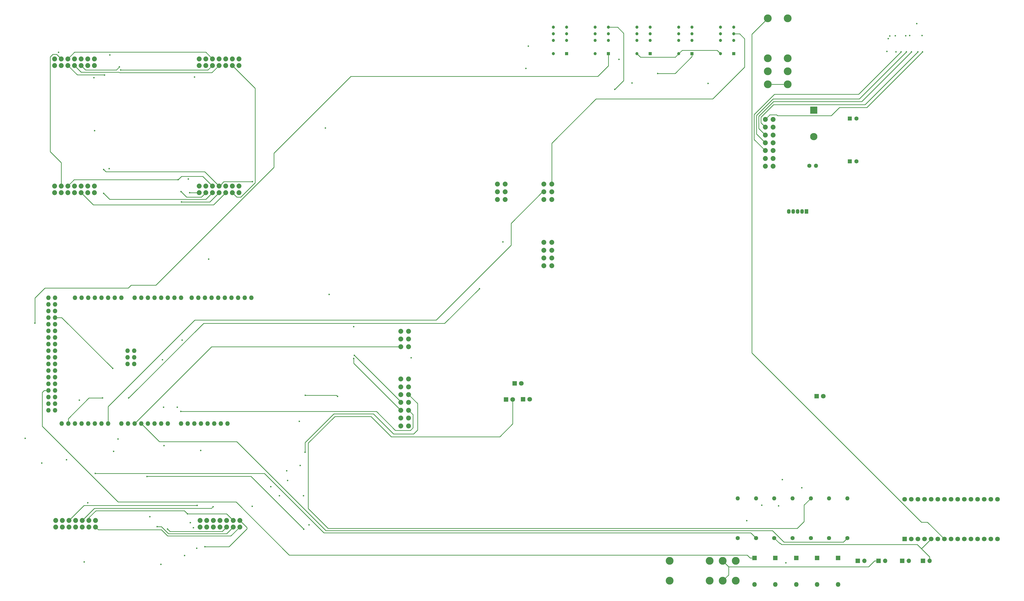
<source format=gbr>
G04 #@! TF.FileFunction,Copper,L5,Inr,Signal*
%FSLAX46Y46*%
G04 Gerber Fmt 4.6, Leading zero omitted, Abs format (unit mm)*
G04 Created by KiCad (PCBNEW 4.0.6) date 03/06/20 14:39:01*
%MOMM*%
%LPD*%
G01*
G04 APERTURE LIST*
%ADD10C,0.100000*%
%ADD11C,1.879600*%
%ADD12R,1.600000X1.600000*%
%ADD13C,1.600000*%
%ADD14R,1.800000X1.800000*%
%ADD15C,1.800000*%
%ADD16O,1.800000X1.800000*%
%ADD17R,2.800000X2.800000*%
%ADD18O,2.800000X2.800000*%
%ADD19R,1.200000X1.200000*%
%ADD20C,1.200000*%
%ADD21R,1.700000X1.700000*%
%ADD22O,1.700000X1.700000*%
%ADD23C,3.000000*%
%ADD24R,1.350000X1.800000*%
%ADD25O,1.350000X1.800000*%
%ADD26O,1.600000X1.600000*%
%ADD27O,1.727200X1.727200*%
%ADD28C,0.600000*%
%ADD29C,0.250000*%
G04 APERTURE END LIST*
D10*
D11*
X133400000Y-102400000D03*
X133400000Y-104940000D03*
X135940000Y-102400000D03*
X135940000Y-104940000D03*
X138480000Y-102400000D03*
X138480000Y-104940000D03*
X141020000Y-102400000D03*
X141020000Y-104940000D03*
X143560000Y-102400000D03*
X143560000Y-104940000D03*
X146100000Y-102400000D03*
X146100000Y-104940000D03*
X148640000Y-102400000D03*
X148640000Y-104940000D03*
X188800000Y-102400000D03*
X188800000Y-104940000D03*
X191340000Y-102400000D03*
X191340000Y-104940000D03*
X193880000Y-102400000D03*
X193880000Y-104940000D03*
X196420000Y-102400000D03*
X196420000Y-104940000D03*
X198960000Y-102400000D03*
X198960000Y-104940000D03*
X201500000Y-102400000D03*
X201500000Y-104940000D03*
X204040000Y-102400000D03*
X204040000Y-104940000D03*
X188800000Y-151200000D03*
X188800000Y-153740000D03*
X191340000Y-151200000D03*
X191340000Y-153740000D03*
X193880000Y-151200000D03*
X193880000Y-153740000D03*
X196420000Y-151200000D03*
X196420000Y-153740000D03*
X198960000Y-151200000D03*
X198960000Y-153740000D03*
X201500000Y-151200000D03*
X201500000Y-153740000D03*
X204040000Y-151200000D03*
X204040000Y-153740000D03*
X133400000Y-151200000D03*
X133400000Y-153740000D03*
X135940000Y-151200000D03*
X135940000Y-153740000D03*
X138480000Y-151200000D03*
X138480000Y-153740000D03*
X141020000Y-151200000D03*
X141020000Y-153740000D03*
X143560000Y-151200000D03*
X143560000Y-153740000D03*
X146100000Y-151200000D03*
X146100000Y-153740000D03*
X148640000Y-151200000D03*
X148640000Y-153740000D03*
X149100000Y-282000000D03*
X149100000Y-279460000D03*
X146560000Y-282000000D03*
X146560000Y-279460000D03*
X144020000Y-282000000D03*
X144020000Y-279460000D03*
X141480000Y-282000000D03*
X141480000Y-279460000D03*
X138940000Y-282000000D03*
X138940000Y-279460000D03*
X136400000Y-282000000D03*
X136400000Y-279460000D03*
X133860000Y-282000000D03*
X133860000Y-279460000D03*
X204343000Y-282000000D03*
X204343000Y-279460000D03*
X201803000Y-282000000D03*
X201803000Y-279460000D03*
X199263000Y-282000000D03*
X199263000Y-279460000D03*
X196723000Y-282000000D03*
X196723000Y-279460000D03*
X194183000Y-282000000D03*
X194183000Y-279460000D03*
X191643000Y-282000000D03*
X191643000Y-279460000D03*
X189103000Y-282000000D03*
X189103000Y-279460000D03*
D12*
X438000000Y-141707000D03*
D13*
X440500000Y-141707000D03*
D12*
X438000000Y-125273000D03*
D13*
X440500000Y-125273000D03*
D14*
X312852000Y-232995000D03*
D15*
X315392000Y-232995000D03*
D14*
X401444000Y-293832000D03*
D16*
X401444000Y-303992000D03*
D14*
X409444000Y-293832000D03*
D16*
X409444000Y-303992000D03*
D14*
X417444000Y-293832000D03*
D16*
X417444000Y-303992000D03*
D14*
X425444000Y-293832000D03*
D16*
X425444000Y-303992000D03*
D14*
X425298000Y-231800000D03*
D15*
X427838000Y-231800000D03*
D17*
X424155000Y-122072000D03*
D18*
X424155000Y-132232000D03*
D14*
X433444000Y-293832000D03*
D16*
X433444000Y-303992000D03*
D14*
X309601000Y-226924000D03*
D15*
X312141000Y-226924000D03*
D14*
X306350000Y-233071000D03*
D15*
X308890000Y-233071000D03*
D19*
X393540000Y-100450000D03*
D20*
X388460000Y-100450000D03*
X393540000Y-95370000D03*
X388460000Y-90290000D03*
X393540000Y-92830000D03*
X393540000Y-90290000D03*
X388460000Y-95370000D03*
X388460000Y-92830000D03*
D19*
X361540000Y-100450000D03*
D20*
X356460000Y-100450000D03*
X361540000Y-95370000D03*
X356460000Y-90290000D03*
X361540000Y-92830000D03*
X361540000Y-90290000D03*
X356460000Y-95370000D03*
X356460000Y-92830000D03*
D19*
X345540000Y-100450000D03*
D20*
X340460000Y-100450000D03*
X345540000Y-95370000D03*
X340460000Y-90290000D03*
X345540000Y-92830000D03*
X345540000Y-90290000D03*
X340460000Y-95370000D03*
X340460000Y-92830000D03*
D19*
X329540000Y-100450000D03*
D20*
X324460000Y-100450000D03*
X329540000Y-95370000D03*
X324460000Y-90290000D03*
X329540000Y-92830000D03*
X329540000Y-90290000D03*
X324460000Y-95370000D03*
X324460000Y-92830000D03*
D19*
X377540000Y-100450000D03*
D20*
X372460000Y-100450000D03*
X377540000Y-95370000D03*
X372460000Y-90290000D03*
X377540000Y-92830000D03*
X377540000Y-90290000D03*
X372460000Y-95370000D03*
X372460000Y-92830000D03*
D21*
X466000000Y-295000000D03*
D22*
X468540000Y-295000000D03*
D14*
X458927000Y-286588000D03*
D15*
X461467000Y-286588000D03*
X464007000Y-286588000D03*
X466547000Y-286588000D03*
X469087000Y-286588000D03*
X471627000Y-286588000D03*
X474167000Y-286588000D03*
X476707000Y-286588000D03*
X479247000Y-286588000D03*
X481787000Y-286588000D03*
X484327000Y-286588000D03*
X486867000Y-286588000D03*
X489407000Y-286588000D03*
X491947000Y-286588000D03*
X494487000Y-286588000D03*
X494487000Y-271348000D03*
X491947000Y-271348000D03*
X489407000Y-271348000D03*
X486867000Y-271348000D03*
X484327000Y-271348000D03*
X481787000Y-271348000D03*
X479247000Y-271348000D03*
X476707000Y-271348000D03*
X474167000Y-271348000D03*
X471627000Y-271348000D03*
X469087000Y-271348000D03*
X466547000Y-271348000D03*
X464007000Y-271348000D03*
X461467000Y-271348000D03*
X458927000Y-271348000D03*
D23*
X414198000Y-86842600D03*
X406578000Y-86842600D03*
X414198000Y-107162600D03*
X406578000Y-112162600D03*
X406578000Y-102162600D03*
X414198000Y-102162600D03*
X406578000Y-107162600D03*
X414198000Y-112162600D03*
D24*
X421361000Y-160934000D03*
D25*
X419661000Y-160934000D03*
X417961000Y-160934000D03*
X416261000Y-160934000D03*
X414561000Y-160934000D03*
D21*
X449000000Y-295000000D03*
D22*
X451540000Y-295000000D03*
D13*
X422453000Y-143408000D03*
D26*
X424993000Y-143408000D03*
D21*
X458000000Y-295000000D03*
D22*
X460540000Y-295000000D03*
D13*
X395039000Y-286236000D03*
D26*
X395039000Y-270996000D03*
D13*
X402039000Y-286236000D03*
D26*
X402039000Y-270996000D03*
D13*
X409039000Y-286236000D03*
D26*
X409039000Y-270996000D03*
D13*
X416039000Y-286236000D03*
D26*
X416039000Y-270996000D03*
D13*
X423039000Y-286236000D03*
D26*
X423039000Y-270996000D03*
D23*
X369000000Y-295000000D03*
X369000000Y-302620000D03*
X389320000Y-295000000D03*
X394320000Y-302620000D03*
X384320000Y-302620000D03*
X384320000Y-295000000D03*
X389320000Y-302620000D03*
X394320000Y-295000000D03*
D13*
X437039000Y-286236000D03*
D26*
X437039000Y-270996000D03*
D13*
X430039000Y-286236000D03*
D26*
X430039000Y-270996000D03*
D27*
X163932000Y-219456000D03*
X161392000Y-219456000D03*
X161392000Y-216916000D03*
X163932000Y-216916000D03*
X161392000Y-214376000D03*
X176759000Y-242316000D03*
X181839000Y-242316000D03*
X184379000Y-242316000D03*
X186919000Y-242316000D03*
X189459000Y-242316000D03*
X191999000Y-242316000D03*
X194539000Y-242316000D03*
X197079000Y-242316000D03*
X141199000Y-194056000D03*
X143739000Y-194056000D03*
X146279000Y-194056000D03*
X148819000Y-194056000D03*
X151359000Y-194056000D03*
X153899000Y-194056000D03*
X156439000Y-194056000D03*
X158979000Y-194056000D03*
X164059000Y-194056000D03*
X166599000Y-194056000D03*
X169139000Y-194056000D03*
X171679000Y-194056000D03*
X174219000Y-194056000D03*
X176759000Y-194056000D03*
X179299000Y-194056000D03*
X181839000Y-194056000D03*
X201143000Y-194056000D03*
X185903000Y-194056000D03*
X188443000Y-194056000D03*
X190983000Y-194056000D03*
X208763000Y-194056000D03*
X206223000Y-194056000D03*
X203683000Y-194056000D03*
X198603000Y-194056000D03*
X196063000Y-194056000D03*
X193523000Y-194056000D03*
X199619000Y-242316000D03*
X174219000Y-242316000D03*
X171679000Y-242316000D03*
X169139000Y-242316000D03*
X166599000Y-242316000D03*
X164059000Y-242316000D03*
X161519000Y-242316000D03*
X158979000Y-242316000D03*
X153899000Y-242316000D03*
X151359000Y-242316000D03*
X148819000Y-242316000D03*
X146279000Y-242316000D03*
X143739000Y-242316000D03*
X141199000Y-242316000D03*
X138659000Y-242316000D03*
X136119000Y-242316000D03*
X133579000Y-194056000D03*
X131039000Y-194056000D03*
X133579000Y-196596000D03*
X131039000Y-196596000D03*
X133579000Y-199136000D03*
X131039000Y-199136000D03*
X133579000Y-201676000D03*
X131039000Y-201676000D03*
X133579000Y-204216000D03*
X131039000Y-204216000D03*
X133579000Y-206756000D03*
X131039000Y-206756000D03*
X133579000Y-209296000D03*
X131039000Y-209296000D03*
X133579000Y-211836000D03*
X131039000Y-211836000D03*
X133579000Y-214376000D03*
X131039000Y-214376000D03*
X133579000Y-216916000D03*
X131039000Y-216916000D03*
X133579000Y-219456000D03*
X131039000Y-219456000D03*
X133579000Y-221996000D03*
X131039000Y-221996000D03*
X133579000Y-224536000D03*
X131039000Y-224536000D03*
X133579000Y-227076000D03*
X131039000Y-227076000D03*
X133579000Y-229616000D03*
X131039000Y-229616000D03*
X133579000Y-232156000D03*
X131039000Y-232156000D03*
X133579000Y-234696000D03*
X131039000Y-234696000D03*
X133579000Y-237236000D03*
X131039000Y-237236000D03*
X163932000Y-214376000D03*
D11*
X269000000Y-243200000D03*
X266002800Y-243200000D03*
X269000000Y-240202800D03*
X266002800Y-240202800D03*
X269000000Y-237205600D03*
X266002800Y-237205600D03*
X269000000Y-234208400D03*
X266002800Y-234208400D03*
X269000000Y-231211200D03*
X266002800Y-231211200D03*
X269000000Y-228214000D03*
X266002800Y-228214000D03*
X269000000Y-225216800D03*
X266002800Y-225216800D03*
X408600000Y-143600000D03*
X405602800Y-143600000D03*
X408600000Y-140602800D03*
X405602800Y-140602800D03*
X408600000Y-137605600D03*
X405602800Y-137605600D03*
X408600000Y-134608400D03*
X405602800Y-134608400D03*
X408600000Y-131611200D03*
X405602800Y-131611200D03*
X408600000Y-128614000D03*
X405602800Y-128614000D03*
X408600000Y-125616800D03*
X405602800Y-125616800D03*
X323800000Y-181800000D03*
X320802800Y-181800000D03*
X323800000Y-178802800D03*
X320802800Y-178802800D03*
X323800000Y-175805600D03*
X320802800Y-175805600D03*
X323800000Y-172808400D03*
X320802800Y-172808400D03*
X323800000Y-156400000D03*
X320802800Y-156400000D03*
X323800000Y-153402800D03*
X320802800Y-153402800D03*
X323800000Y-150405600D03*
X320802800Y-150405600D03*
X306000000Y-156400000D03*
X303002800Y-156400000D03*
X306000000Y-153402800D03*
X303002800Y-153402800D03*
X306000000Y-150405600D03*
X303002800Y-150405600D03*
X268986000Y-212877000D03*
X265988800Y-212877000D03*
X268986000Y-209879800D03*
X265988800Y-209879800D03*
X268986000Y-206882600D03*
X265988800Y-206882600D03*
D21*
X441000000Y-295000000D03*
D22*
X443540000Y-295000000D03*
D28*
X125920500Y-203758800D03*
X412165800Y-263804400D03*
X419595300Y-266966700D03*
X364426500Y-107988100D03*
X237109000Y-128905000D03*
X410743400Y-273850100D03*
X404291800Y-273634200D03*
X398538700Y-279565100D03*
X134945200Y-99877600D03*
X227162100Y-241425000D03*
X190995300Y-289572700D03*
X187011900Y-109359200D03*
X185146300Y-153740000D03*
X227457000Y-258356100D03*
X222656400Y-264147300D03*
X209092800Y-274053300D03*
X172721100Y-281852500D03*
X184611800Y-148533300D03*
X184332800Y-276936600D03*
X181877800Y-153365700D03*
X137972800Y-256209800D03*
X156019500Y-252984000D03*
X175323500Y-250761500D03*
X181733500Y-237656400D03*
X176666600Y-282740400D03*
X180757800Y-148776600D03*
X194087400Y-274196400D03*
X152205100Y-153972600D03*
X248016400Y-217370800D03*
X152565500Y-108600600D03*
X158732300Y-106705500D03*
X228739700Y-269989300D03*
X219532200Y-269989300D03*
X169875200Y-278053800D03*
X185407300Y-280327100D03*
X152250800Y-144882700D03*
X209179500Y-149520600D03*
X146101700Y-272691300D03*
X248240500Y-216144900D03*
X182055900Y-157340800D03*
X187833000Y-290131500D03*
X174155100Y-296303700D03*
X229387400Y-253301500D03*
X222338900Y-260438900D03*
X216204800Y-266547600D03*
X188009900Y-273732600D03*
X158266000Y-105504200D03*
X241755400Y-231858300D03*
X229441600Y-231513100D03*
X186563000Y-282282900D03*
X154338500Y-144497200D03*
X154581100Y-100895900D03*
X238587800Y-192740700D03*
X144780000Y-295376600D03*
X247956900Y-205127000D03*
X148770700Y-129919200D03*
X148522900Y-109596100D03*
X453324500Y-93593400D03*
X452214200Y-99533900D03*
X455384800Y-93533100D03*
X455634000Y-99721900D03*
X452684300Y-94679000D03*
X457634000Y-99760300D03*
X459381400Y-93536500D03*
X459634000Y-99727400D03*
X460953300Y-93487800D03*
X461569200Y-99720000D03*
X463634000Y-88881100D03*
X464037400Y-99726800D03*
X465634000Y-93461000D03*
X465817400Y-99717300D03*
X180378100Y-236004100D03*
X269976600Y-217055700D03*
X305104800Y-172669200D03*
X192405000Y-179197000D03*
X142887700Y-233299000D03*
X151815800Y-232524300D03*
X296189400Y-190538100D03*
X161772600Y-232524300D03*
X128473200Y-257429000D03*
X182277300Y-210317700D03*
X174774000Y-217821000D03*
X313944000Y-106045000D03*
X314833000Y-97536000D03*
X354609400Y-111709200D03*
X349618300Y-102590600D03*
X383667000Y-111861600D03*
X347980000Y-114147600D03*
X189349400Y-252619900D03*
X413537400Y-295719500D03*
X122148600Y-247942100D03*
X183235600Y-292925500D03*
X175196500Y-236042200D03*
X155663900Y-221183200D03*
X148996200Y-261434300D03*
X230898700Y-281190700D03*
X157695900Y-248221500D03*
X168783000Y-262610600D03*
X228854000Y-282829000D03*
D29*
X449000000Y-295000000D02*
X447424700Y-295000000D01*
X391566500Y-300373500D02*
X389320000Y-302620000D01*
X391566500Y-297246500D02*
X391566500Y-300373500D01*
X445178200Y-297246500D02*
X391566500Y-297246500D01*
X447424700Y-295000000D02*
X445178200Y-297246500D01*
X391566500Y-297246500D02*
X389320000Y-295000000D01*
X315392000Y-233368900D02*
X315392000Y-232995000D01*
X131039000Y-229616000D02*
X129450100Y-229616000D01*
X401444000Y-293832000D02*
X399818700Y-293832000D01*
X128681400Y-230384700D02*
X129450100Y-229616000D01*
X128681400Y-243305900D02*
X128681400Y-230384700D01*
X157762700Y-272387200D02*
X128681400Y-243305900D01*
X202892400Y-272387200D02*
X157762700Y-272387200D01*
X223243300Y-292738100D02*
X202892400Y-272387200D01*
X398724800Y-292738100D02*
X223243300Y-292738100D01*
X399818700Y-293832000D02*
X398724800Y-292738100D01*
X345540000Y-100450000D02*
X345540000Y-105094100D01*
X125920500Y-194119500D02*
X125920500Y-203758800D01*
X129692400Y-190347600D02*
X125920500Y-194119500D01*
X161582100Y-190347600D02*
X129692400Y-190347600D01*
X162725100Y-189204600D02*
X161582100Y-190347600D01*
X172224700Y-189204600D02*
X162725100Y-189204600D01*
X217449400Y-143979900D02*
X172224700Y-189204600D01*
X217449400Y-138582400D02*
X217449400Y-143979900D01*
X246862600Y-109169200D02*
X217449400Y-138582400D01*
X341464900Y-109169200D02*
X246862600Y-109169200D01*
X345540000Y-105094100D02*
X341464900Y-109169200D01*
X364426500Y-107988100D02*
X371094000Y-107988100D01*
X377540000Y-101542100D02*
X377540000Y-100450000D01*
X371094000Y-107988100D02*
X377540000Y-101542100D01*
X308890000Y-233071000D02*
X308890000Y-242391600D01*
X420446200Y-273588800D02*
X423039000Y-270996000D01*
X420446200Y-279895300D02*
X420446200Y-273588800D01*
X417817300Y-282524200D02*
X420446200Y-279895300D01*
X238175800Y-282524200D02*
X417817300Y-282524200D01*
X230555800Y-274904200D02*
X238175800Y-282524200D01*
X230555800Y-249770002D02*
X230555800Y-274904200D01*
X240753002Y-239572800D02*
X230555800Y-249770002D01*
X254609600Y-239572800D02*
X240753002Y-239572800D01*
X262394700Y-247357900D02*
X254609600Y-239572800D01*
X303923700Y-247357900D02*
X262394700Y-247357900D01*
X308890000Y-242391600D02*
X303923700Y-247357900D01*
X150167900Y-283067900D02*
X149100000Y-282000000D01*
X174341300Y-283067900D02*
X150167900Y-283067900D01*
X176714000Y-285440600D02*
X174341300Y-283067900D01*
X200902400Y-285440600D02*
X176714000Y-285440600D01*
X204343000Y-282000000D02*
X200902400Y-285440600D01*
X190995300Y-289572700D02*
X200190100Y-289572700D01*
X207060800Y-282177800D02*
X204343000Y-279460000D01*
X207060800Y-282702000D02*
X207060800Y-282177800D01*
X200190100Y-289572700D02*
X207060800Y-282702000D01*
X188800000Y-153740000D02*
X185146300Y-153740000D01*
X134215100Y-100675100D02*
X135940000Y-102400000D01*
X132761600Y-100675100D02*
X134215100Y-100675100D01*
X131724400Y-101712300D02*
X132761600Y-100675100D01*
X131724400Y-138009200D02*
X131724400Y-101712300D01*
X135940000Y-142224800D02*
X131724400Y-138009200D01*
X135940000Y-151200000D02*
X135940000Y-142224800D01*
X174328500Y-281852500D02*
X172721100Y-281852500D01*
X177025200Y-284549200D02*
X174328500Y-281852500D01*
X199253800Y-284549200D02*
X177025200Y-284549200D01*
X201803000Y-282000000D02*
X199253800Y-284549200D01*
X146560000Y-279460000D02*
X146560000Y-278394700D01*
X183125900Y-275729700D02*
X184332800Y-276936600D01*
X149225000Y-275729700D02*
X183125900Y-275729700D01*
X146560000Y-278394700D02*
X149225000Y-275729700D01*
X183960600Y-155448500D02*
X181877800Y-153365700D01*
X189631500Y-155448500D02*
X183960600Y-155448500D01*
X191340000Y-153740000D02*
X189631500Y-155448500D01*
X199279600Y-276936600D02*
X201803000Y-279460000D01*
X184332800Y-276936600D02*
X199279600Y-276936600D01*
X140903400Y-148776600D02*
X180757800Y-148776600D01*
X138480000Y-151200000D02*
X140903400Y-148776600D01*
X177597500Y-283671300D02*
X176666600Y-282740400D01*
X197591700Y-283671300D02*
X177597500Y-283671300D01*
X199263000Y-282000000D02*
X197591700Y-283671300D01*
X182026400Y-147508000D02*
X180757800Y-148776600D01*
X190188000Y-147508000D02*
X182026400Y-147508000D01*
X193880000Y-151200000D02*
X190188000Y-147508000D01*
X141030400Y-99849600D02*
X138480000Y-102400000D01*
X191329600Y-99849600D02*
X141030400Y-99849600D01*
X193880000Y-102400000D02*
X191329600Y-99849600D01*
X270673600Y-238879200D02*
X269000000Y-237205600D01*
X181733500Y-237656400D02*
X256669800Y-237656400D01*
X256669800Y-237656400D02*
X263918900Y-244905500D01*
X263918900Y-244905500D02*
X269725600Y-244905500D01*
X269725600Y-244905500D02*
X270673600Y-243957500D01*
X270673600Y-243957500D02*
X270673600Y-238879200D01*
X248016400Y-219219200D02*
X248016400Y-217370800D01*
X266002800Y-237205600D02*
X248016400Y-219219200D01*
X154531300Y-156298800D02*
X152205100Y-153972600D01*
X191321200Y-156298800D02*
X154531300Y-156298800D01*
X193880000Y-153740000D02*
X191321200Y-156298800D01*
X142110800Y-108570800D02*
X138480000Y-104940000D01*
X152535700Y-108570800D02*
X142110800Y-108570800D01*
X152565500Y-108600600D02*
X152535700Y-108570800D01*
X192114500Y-106705500D02*
X193880000Y-104940000D01*
X158732300Y-106705500D02*
X192114500Y-106705500D01*
X193438500Y-274845300D02*
X194087400Y-274196400D01*
X148634700Y-274845300D02*
X193438500Y-274845300D01*
X144020000Y-279460000D02*
X148634700Y-274845300D01*
X190953000Y-145733000D02*
X193686500Y-148466500D01*
X153101100Y-145733000D02*
X190953000Y-145733000D01*
X152250800Y-144882700D02*
X153101100Y-145733000D01*
X193686500Y-148466500D02*
X196420000Y-151200000D01*
X198159600Y-149520600D02*
X209179500Y-149520600D01*
X197659900Y-150020300D02*
X198159600Y-149520600D01*
X197659900Y-150145400D02*
X197659900Y-150020300D01*
X197294900Y-150510400D02*
X197659900Y-150145400D01*
X197294900Y-150772900D02*
X197294900Y-150510400D01*
X197221800Y-150846000D02*
X197294900Y-150772900D01*
X196066000Y-150846000D02*
X197221800Y-150846000D01*
X193686500Y-148466500D02*
X196066000Y-150846000D01*
X192819200Y-157340800D02*
X182055900Y-157340800D01*
X196420000Y-153740000D02*
X192819200Y-157340800D01*
X193629200Y-107730800D02*
X196420000Y-104940000D01*
X158307600Y-107730800D02*
X193629200Y-107730800D01*
X158079300Y-107502500D02*
X158307600Y-107730800D01*
X143582500Y-107502500D02*
X158079300Y-107502500D01*
X141020000Y-104940000D02*
X143582500Y-107502500D01*
X266002800Y-233907200D02*
X248240500Y-216144900D01*
X266002800Y-234208400D02*
X266002800Y-233907200D01*
X229387400Y-253301500D02*
X229387400Y-249555000D01*
X272415000Y-234626200D02*
X269000000Y-231211200D01*
X272415000Y-244754400D02*
X272415000Y-234626200D01*
X270903700Y-246265700D02*
X272415000Y-244754400D01*
X263194800Y-246265700D02*
X270903700Y-246265700D01*
X255485900Y-238556800D02*
X263194800Y-246265700D01*
X240385600Y-238556800D02*
X255485900Y-238556800D01*
X229387400Y-249555000D02*
X240385600Y-238556800D01*
X148202800Y-158382800D02*
X143560000Y-153740000D01*
X194317200Y-158382800D02*
X148202800Y-158382800D01*
X198960000Y-153740000D02*
X194317200Y-158382800D01*
X145272200Y-106652200D02*
X143560000Y-104940000D01*
X157118000Y-106652200D02*
X145272200Y-106652200D01*
X158266000Y-105504200D02*
X157118000Y-106652200D01*
X144667400Y-273732600D02*
X138940000Y-279460000D01*
X188009900Y-273732600D02*
X144667400Y-273732600D01*
X241410200Y-231513100D02*
X229441600Y-231513100D01*
X241755400Y-231858300D02*
X241410200Y-231513100D01*
X203200100Y-155440100D02*
X201500000Y-153740000D01*
X204727200Y-155440100D02*
X203200100Y-155440100D01*
X210251300Y-149916000D02*
X204727200Y-155440100D01*
X210251300Y-113691300D02*
X210251300Y-149916000D01*
X201500000Y-104940000D02*
X210251300Y-113691300D01*
X441365800Y-116028500D02*
X457634000Y-99760300D01*
X409103000Y-116028500D02*
X441365800Y-116028500D01*
X401342600Y-123788900D02*
X409103000Y-116028500D01*
X401342600Y-133345400D02*
X401342600Y-123788900D01*
X405602800Y-137605600D02*
X401342600Y-133345400D01*
X402226800Y-131232400D02*
X405602800Y-134608400D01*
X402226800Y-124107400D02*
X402226800Y-131232400D01*
X408605000Y-117729200D02*
X402226800Y-124107400D01*
X441632200Y-117729200D02*
X408605000Y-117729200D01*
X459634000Y-99727400D02*
X441632200Y-117729200D01*
X403082900Y-129091300D02*
X405602800Y-131611200D01*
X403082900Y-124453900D02*
X403082900Y-129091300D01*
X408792900Y-118743900D02*
X403082900Y-124453900D01*
X442545300Y-118743900D02*
X408792900Y-118743900D01*
X461569200Y-99720000D02*
X442545300Y-118743900D01*
X443817600Y-119946600D02*
X464037400Y-99726800D01*
X408793000Y-119946600D02*
X443817600Y-119946600D01*
X403933300Y-124806300D02*
X408793000Y-119946600D01*
X403933300Y-126944500D02*
X403933300Y-124806300D01*
X405602800Y-128614000D02*
X403933300Y-126944500D01*
X444453500Y-121081200D02*
X465817400Y-99717300D01*
X433993800Y-121081200D02*
X444453500Y-121081200D01*
X430877600Y-124197400D02*
X433993800Y-121081200D01*
X410265200Y-124197400D02*
X430877600Y-124197400D01*
X409969000Y-123901200D02*
X410265200Y-124197400D01*
X407318400Y-123901200D02*
X409969000Y-123901200D01*
X405602800Y-125616800D02*
X407318400Y-123901200D01*
X414198000Y-112162600D02*
X406578000Y-112162600D01*
X138659000Y-242316000D02*
X138659000Y-240436000D01*
X146570700Y-232524300D02*
X151815800Y-232524300D01*
X138659000Y-240436000D02*
X146570700Y-232524300D01*
X296189400Y-190538100D02*
X296113200Y-190538100D01*
X190461900Y-203835000D02*
X161772600Y-232524300D01*
X282816300Y-203835000D02*
X190461900Y-203835000D01*
X296113200Y-190538100D02*
X282816300Y-203835000D01*
X320802800Y-153402800D02*
X320307200Y-153402800D01*
X320307200Y-153402800D02*
X308229000Y-165481000D01*
X308229000Y-165481000D02*
X308229000Y-173863000D01*
X308229000Y-173863000D02*
X279527000Y-202565000D01*
X279527000Y-202565000D02*
X187096400Y-202565000D01*
X187096400Y-202565000D02*
X153899000Y-235762400D01*
X153899000Y-235762400D02*
X153899000Y-242316000D01*
X393540000Y-92830000D02*
X395763100Y-92830000D01*
X323800000Y-134746200D02*
X323800000Y-150405600D01*
X340753700Y-117792500D02*
X323800000Y-134746200D01*
X385457700Y-117792500D02*
X340753700Y-117792500D01*
X397700500Y-105549700D02*
X385457700Y-117792500D01*
X397700500Y-94767400D02*
X397700500Y-105549700D01*
X395763100Y-92830000D02*
X397700500Y-94767400D01*
X345540000Y-90290000D02*
X349065200Y-90290000D01*
X351396300Y-110731300D02*
X347980000Y-114147600D01*
X351396300Y-92621100D02*
X351396300Y-110731300D01*
X349065200Y-90290000D02*
X351396300Y-92621100D01*
X467707700Y-280128700D02*
X474167000Y-286588000D01*
X465388100Y-280128700D02*
X467707700Y-280128700D01*
X400475700Y-215216300D02*
X465388100Y-280128700D01*
X400475700Y-92944900D02*
X400475700Y-215216300D01*
X406578000Y-86842600D02*
X400475700Y-92944900D01*
X133579000Y-201676000D02*
X136156700Y-201676000D01*
X136156700Y-201676000D02*
X155663900Y-221183200D01*
X400051300Y-284248300D02*
X402039000Y-286236000D01*
X236552300Y-284248300D02*
X400051300Y-284248300D01*
X213738300Y-261434300D02*
X236552300Y-284248300D01*
X148996200Y-261434300D02*
X213738300Y-261434300D01*
X468540000Y-295000000D02*
X468540000Y-293424700D01*
X469087000Y-286588000D02*
X465395200Y-290279800D01*
X465395200Y-290279800D02*
X468540000Y-293424700D01*
X463807000Y-288691700D02*
X465395200Y-290279800D01*
X411814800Y-288691700D02*
X463807000Y-288691700D01*
X411336500Y-288213400D02*
X411814800Y-288691700D01*
X411016400Y-288213400D02*
X411336500Y-288213400D01*
X409039000Y-286236000D02*
X411016400Y-288213400D01*
X387134600Y-99124600D02*
X388460000Y-100450000D01*
X373785400Y-99124600D02*
X387134600Y-99124600D01*
X372460000Y-100450000D02*
X373785400Y-99124600D01*
X371134700Y-101775300D02*
X372460000Y-100450000D01*
X357785300Y-101775300D02*
X371134700Y-101775300D01*
X356460000Y-100450000D02*
X357785300Y-101775300D01*
X193498000Y-212877000D02*
X265988800Y-212877000D01*
X164059000Y-242316000D02*
X193498000Y-212877000D01*
X228854000Y-282829000D02*
X228854000Y-282765500D01*
X168859200Y-262534400D02*
X168783000Y-262610600D01*
X208622900Y-262534400D02*
X168859200Y-262534400D01*
X228854000Y-282765500D02*
X208622900Y-262534400D01*
X435486700Y-287788300D02*
X437039000Y-286236000D01*
X412748600Y-287788300D02*
X435486700Y-287788300D01*
X408358300Y-283398000D02*
X412748600Y-287788300D01*
X237329600Y-283398000D02*
X408358300Y-283398000D01*
X203197300Y-249265700D02*
X237329600Y-283398000D01*
X173548700Y-249265700D02*
X203197300Y-249265700D01*
X166599000Y-242316000D02*
X173548700Y-249265700D01*
M02*

</source>
